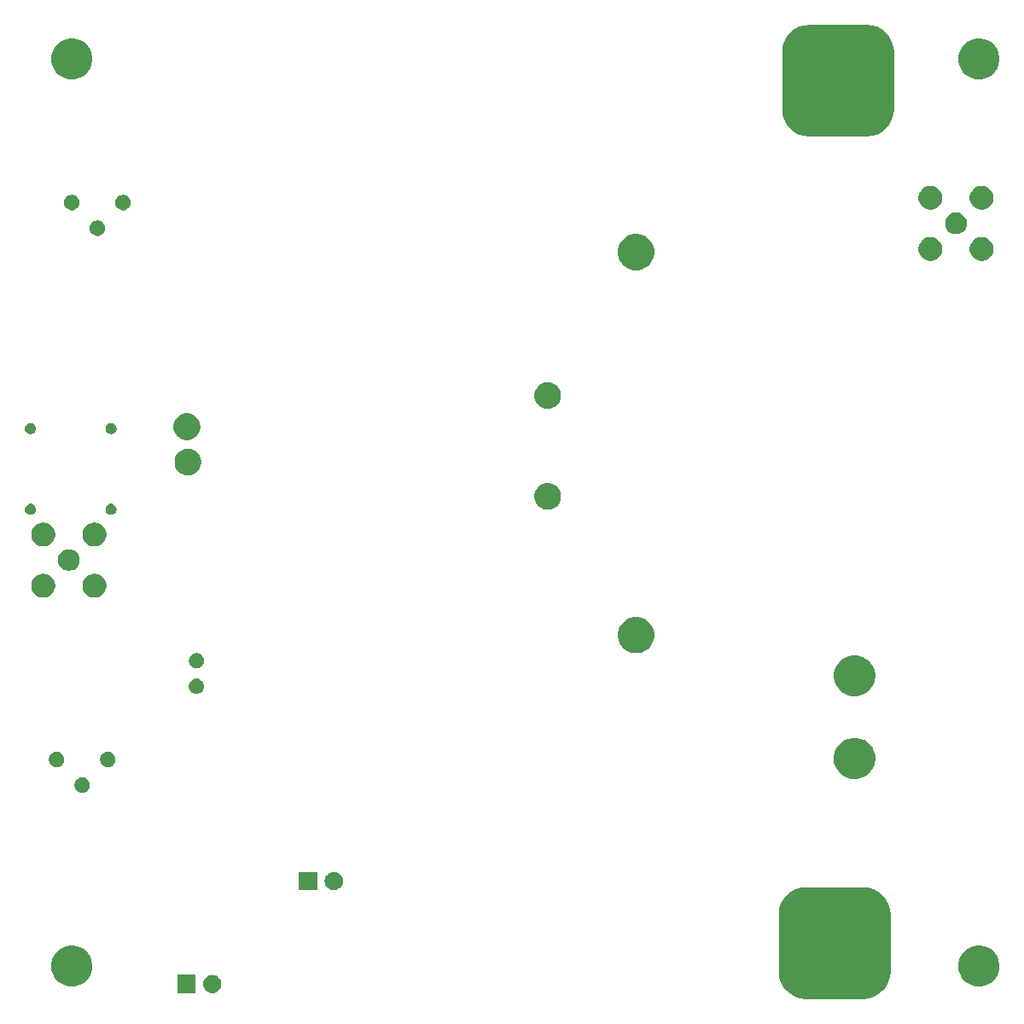
<source format=gbs>
G04 #@! TF.GenerationSoftware,KiCad,Pcbnew,6.0.0-rc1-unknown-e7fa02a~66~ubuntu18.04.1*
G04 #@! TF.CreationDate,2021-12-05T09:57:31-08:00
G04 #@! TF.ProjectId,munin3,6d756e69-6e33-42e6-9b69-6361645f7063,rev?*
G04 #@! TF.SameCoordinates,Original*
G04 #@! TF.FileFunction,Soldermask,Bot*
G04 #@! TF.FilePolarity,Negative*
%FSLAX46Y46*%
G04 Gerber Fmt 4.6, Leading zero omitted, Abs format (unit mm)*
G04 Created by KiCad (PCBNEW 6.0.0-rc1-unknown-e7fa02a~66~ubuntu18.04.1) date Sun 05 Dec 2021 09:57:31 AM PST*
%MOMM*%
%LPD*%
G04 APERTURE LIST*
%ADD10C,0.100000*%
G04 APERTURE END LIST*
D10*
G36*
X184067158Y-137236722D02*
G01*
X184575991Y-137391075D01*
X185044927Y-137641727D01*
X185455953Y-137979047D01*
X185793273Y-138390073D01*
X186043925Y-138859009D01*
X186198278Y-139367842D01*
X186251000Y-139903140D01*
X186251000Y-145566860D01*
X186198278Y-146102158D01*
X186043925Y-146610991D01*
X185793273Y-147079927D01*
X185455953Y-147490953D01*
X185044927Y-147828273D01*
X184575991Y-148078925D01*
X184067158Y-148233278D01*
X183531860Y-148286000D01*
X177868140Y-148286000D01*
X177332842Y-148233278D01*
X176824009Y-148078925D01*
X176355073Y-147828273D01*
X175944047Y-147490953D01*
X175606727Y-147079927D01*
X175356075Y-146610991D01*
X175201722Y-146102158D01*
X175149000Y-145566860D01*
X175149000Y-139903140D01*
X175201722Y-139367842D01*
X175356075Y-138859009D01*
X175606727Y-138390073D01*
X175944047Y-137979047D01*
X176355073Y-137641727D01*
X176824009Y-137391075D01*
X177332842Y-137236722D01*
X177868140Y-137184000D01*
X183531860Y-137184000D01*
X184067158Y-137236722D01*
X184067158Y-137236722D01*
G37*
G36*
X119047442Y-145893518D02*
G01*
X119113627Y-145900037D01*
X119226853Y-145934384D01*
X119283467Y-145951557D01*
X119320801Y-145971513D01*
X119439991Y-146035222D01*
X119460402Y-146051973D01*
X119577186Y-146147814D01*
X119660448Y-146249271D01*
X119689778Y-146285009D01*
X119689779Y-146285011D01*
X119773443Y-146441533D01*
X119773443Y-146441534D01*
X119824963Y-146611373D01*
X119842359Y-146788000D01*
X119824963Y-146964627D01*
X119790616Y-147077853D01*
X119773443Y-147134467D01*
X119699348Y-147273087D01*
X119689778Y-147290991D01*
X119660448Y-147326729D01*
X119577186Y-147428186D01*
X119506738Y-147486000D01*
X119439991Y-147540778D01*
X119439989Y-147540779D01*
X119283467Y-147624443D01*
X119226853Y-147641616D01*
X119113627Y-147675963D01*
X119047442Y-147682482D01*
X118981260Y-147689000D01*
X118892740Y-147689000D01*
X118826558Y-147682482D01*
X118760373Y-147675963D01*
X118647147Y-147641616D01*
X118590533Y-147624443D01*
X118434011Y-147540779D01*
X118434009Y-147540778D01*
X118367262Y-147486000D01*
X118296814Y-147428186D01*
X118213552Y-147326729D01*
X118184222Y-147290991D01*
X118174652Y-147273087D01*
X118100557Y-147134467D01*
X118083384Y-147077853D01*
X118049037Y-146964627D01*
X118031641Y-146788000D01*
X118049037Y-146611373D01*
X118100557Y-146441534D01*
X118100557Y-146441533D01*
X118184221Y-146285011D01*
X118184222Y-146285009D01*
X118213552Y-146249271D01*
X118296814Y-146147814D01*
X118413598Y-146051973D01*
X118434009Y-146035222D01*
X118553199Y-145971513D01*
X118590533Y-145951557D01*
X118647147Y-145934384D01*
X118760373Y-145900037D01*
X118826558Y-145893518D01*
X118892740Y-145887000D01*
X118981260Y-145887000D01*
X119047442Y-145893518D01*
X119047442Y-145893518D01*
G37*
G36*
X117298000Y-147689000D02*
G01*
X115496000Y-147689000D01*
X115496000Y-145887000D01*
X117298000Y-145887000D01*
X117298000Y-147689000D01*
X117298000Y-147689000D01*
G37*
G36*
X105598252Y-143027818D02*
G01*
X105598254Y-143027819D01*
X105598255Y-143027819D01*
X105971513Y-143182427D01*
X105971514Y-143182428D01*
X106307439Y-143406886D01*
X106593114Y-143692561D01*
X106593116Y-143692564D01*
X106817573Y-144028487D01*
X106845422Y-144095721D01*
X106972182Y-144401748D01*
X107051000Y-144797993D01*
X107051000Y-145202007D01*
X107002326Y-145446710D01*
X106972181Y-145598255D01*
X106817573Y-145971513D01*
X106667578Y-146195996D01*
X106593114Y-146307439D01*
X106307439Y-146593114D01*
X106307436Y-146593116D01*
X105971513Y-146817573D01*
X105598255Y-146972181D01*
X105598254Y-146972181D01*
X105598252Y-146972182D01*
X105202007Y-147051000D01*
X104797993Y-147051000D01*
X104401748Y-146972182D01*
X104401746Y-146972181D01*
X104401745Y-146972181D01*
X104028487Y-146817573D01*
X103692564Y-146593116D01*
X103692561Y-146593114D01*
X103406886Y-146307439D01*
X103332422Y-146195996D01*
X103182427Y-145971513D01*
X103027819Y-145598255D01*
X102997675Y-145446710D01*
X102949000Y-145202007D01*
X102949000Y-144797993D01*
X103027818Y-144401748D01*
X103154578Y-144095721D01*
X103182427Y-144028487D01*
X103406884Y-143692564D01*
X103406886Y-143692561D01*
X103692561Y-143406886D01*
X104028486Y-143182428D01*
X104028487Y-143182427D01*
X104401745Y-143027819D01*
X104401746Y-143027819D01*
X104401748Y-143027818D01*
X104797993Y-142949000D01*
X105202007Y-142949000D01*
X105598252Y-143027818D01*
X105598252Y-143027818D01*
G37*
G36*
X195598252Y-143027818D02*
G01*
X195598254Y-143027819D01*
X195598255Y-143027819D01*
X195971513Y-143182427D01*
X195971514Y-143182428D01*
X196307439Y-143406886D01*
X196593114Y-143692561D01*
X196593116Y-143692564D01*
X196817573Y-144028487D01*
X196845422Y-144095721D01*
X196972182Y-144401748D01*
X197051000Y-144797993D01*
X197051000Y-145202007D01*
X197002326Y-145446710D01*
X196972181Y-145598255D01*
X196817573Y-145971513D01*
X196667578Y-146195996D01*
X196593114Y-146307439D01*
X196307439Y-146593114D01*
X196307436Y-146593116D01*
X195971513Y-146817573D01*
X195598255Y-146972181D01*
X195598254Y-146972181D01*
X195598252Y-146972182D01*
X195202007Y-147051000D01*
X194797993Y-147051000D01*
X194401748Y-146972182D01*
X194401746Y-146972181D01*
X194401745Y-146972181D01*
X194028487Y-146817573D01*
X193692564Y-146593116D01*
X193692561Y-146593114D01*
X193406886Y-146307439D01*
X193332422Y-146195996D01*
X193182427Y-145971513D01*
X193027819Y-145598255D01*
X192997675Y-145446710D01*
X192949000Y-145202007D01*
X192949000Y-144797993D01*
X193027818Y-144401748D01*
X193154578Y-144095721D01*
X193182427Y-144028487D01*
X193406884Y-143692564D01*
X193406886Y-143692561D01*
X193692561Y-143406886D01*
X194028486Y-143182428D01*
X194028487Y-143182427D01*
X194401745Y-143027819D01*
X194401746Y-143027819D01*
X194401748Y-143027818D01*
X194797993Y-142949000D01*
X195202007Y-142949000D01*
X195598252Y-143027818D01*
X195598252Y-143027818D01*
G37*
G36*
X129359000Y-137469000D02*
G01*
X127557000Y-137469000D01*
X127557000Y-135667000D01*
X129359000Y-135667000D01*
X129359000Y-137469000D01*
X129359000Y-137469000D01*
G37*
G36*
X131108443Y-135673519D02*
G01*
X131174627Y-135680037D01*
X131287853Y-135714384D01*
X131344467Y-135731557D01*
X131483087Y-135805652D01*
X131500991Y-135815222D01*
X131536729Y-135844552D01*
X131638186Y-135927814D01*
X131721448Y-136029271D01*
X131750778Y-136065009D01*
X131750779Y-136065011D01*
X131834443Y-136221533D01*
X131834443Y-136221534D01*
X131885963Y-136391373D01*
X131903359Y-136568000D01*
X131885963Y-136744627D01*
X131851616Y-136857853D01*
X131834443Y-136914467D01*
X131760348Y-137053087D01*
X131750778Y-137070991D01*
X131721448Y-137106729D01*
X131638186Y-137208186D01*
X131536729Y-137291448D01*
X131500991Y-137320778D01*
X131500989Y-137320779D01*
X131344467Y-137404443D01*
X131287853Y-137421616D01*
X131174627Y-137455963D01*
X131108443Y-137462481D01*
X131042260Y-137469000D01*
X130953740Y-137469000D01*
X130887557Y-137462481D01*
X130821373Y-137455963D01*
X130708147Y-137421616D01*
X130651533Y-137404443D01*
X130495011Y-137320779D01*
X130495009Y-137320778D01*
X130459271Y-137291448D01*
X130357814Y-137208186D01*
X130274552Y-137106729D01*
X130245222Y-137070991D01*
X130235652Y-137053087D01*
X130161557Y-136914467D01*
X130144384Y-136857853D01*
X130110037Y-136744627D01*
X130092641Y-136568000D01*
X130110037Y-136391373D01*
X130161557Y-136221534D01*
X130161557Y-136221533D01*
X130245221Y-136065011D01*
X130245222Y-136065009D01*
X130274552Y-136029271D01*
X130357814Y-135927814D01*
X130459271Y-135844552D01*
X130495009Y-135815222D01*
X130512913Y-135805652D01*
X130651533Y-135731557D01*
X130708147Y-135714384D01*
X130821373Y-135680037D01*
X130887558Y-135673519D01*
X130953740Y-135667000D01*
X131042260Y-135667000D01*
X131108443Y-135673519D01*
X131108443Y-135673519D01*
G37*
G36*
X106165589Y-126278876D02*
G01*
X106264893Y-126298629D01*
X106405206Y-126356748D01*
X106531484Y-126441125D01*
X106638875Y-126548516D01*
X106723252Y-126674794D01*
X106781371Y-126815107D01*
X106811000Y-126964063D01*
X106811000Y-127115937D01*
X106781371Y-127264893D01*
X106723252Y-127405206D01*
X106638875Y-127531484D01*
X106531484Y-127638875D01*
X106405206Y-127723252D01*
X106264893Y-127781371D01*
X106165589Y-127801124D01*
X106115938Y-127811000D01*
X105964062Y-127811000D01*
X105914411Y-127801124D01*
X105815107Y-127781371D01*
X105674794Y-127723252D01*
X105548516Y-127638875D01*
X105441125Y-127531484D01*
X105356748Y-127405206D01*
X105298629Y-127264893D01*
X105269000Y-127115937D01*
X105269000Y-126964063D01*
X105298629Y-126815107D01*
X105356748Y-126674794D01*
X105441125Y-126548516D01*
X105548516Y-126441125D01*
X105674794Y-126356748D01*
X105815107Y-126298629D01*
X105914411Y-126278876D01*
X105964062Y-126269000D01*
X106115938Y-126269000D01*
X106165589Y-126278876D01*
X106165589Y-126278876D01*
G37*
G36*
X183259252Y-122441818D02*
G01*
X183259254Y-122441819D01*
X183259255Y-122441819D01*
X183632513Y-122596427D01*
X183632514Y-122596428D01*
X183968439Y-122820886D01*
X184254114Y-123106561D01*
X184254116Y-123106564D01*
X184478573Y-123442487D01*
X184597250Y-123729000D01*
X184633182Y-123815748D01*
X184712000Y-124211993D01*
X184712000Y-124616007D01*
X184690342Y-124724891D01*
X184633181Y-125012255D01*
X184478573Y-125385513D01*
X184478572Y-125385514D01*
X184254114Y-125721439D01*
X183968439Y-126007114D01*
X183968436Y-126007116D01*
X183632513Y-126231573D01*
X183259255Y-126386181D01*
X183259254Y-126386181D01*
X183259252Y-126386182D01*
X182863007Y-126465000D01*
X182458993Y-126465000D01*
X182062748Y-126386182D01*
X182062746Y-126386181D01*
X182062745Y-126386181D01*
X181689487Y-126231573D01*
X181353564Y-126007116D01*
X181353561Y-126007114D01*
X181067886Y-125721439D01*
X180843428Y-125385514D01*
X180843427Y-125385513D01*
X180688819Y-125012255D01*
X180631659Y-124724891D01*
X180610000Y-124616007D01*
X180610000Y-124211993D01*
X180688818Y-123815748D01*
X180724750Y-123729000D01*
X180843427Y-123442487D01*
X181067884Y-123106564D01*
X181067886Y-123106561D01*
X181353561Y-122820886D01*
X181689486Y-122596428D01*
X181689487Y-122596427D01*
X182062745Y-122441819D01*
X182062746Y-122441819D01*
X182062748Y-122441818D01*
X182458993Y-122363000D01*
X182863007Y-122363000D01*
X183259252Y-122441818D01*
X183259252Y-122441818D01*
G37*
G36*
X103625589Y-123738876D02*
G01*
X103724893Y-123758629D01*
X103865206Y-123816748D01*
X103991484Y-123901125D01*
X104098875Y-124008516D01*
X104183252Y-124134794D01*
X104241371Y-124275107D01*
X104271000Y-124424063D01*
X104271000Y-124575937D01*
X104241371Y-124724893D01*
X104183252Y-124865206D01*
X104098875Y-124991484D01*
X103991484Y-125098875D01*
X103865206Y-125183252D01*
X103724893Y-125241371D01*
X103625589Y-125261124D01*
X103575938Y-125271000D01*
X103424062Y-125271000D01*
X103374411Y-125261124D01*
X103275107Y-125241371D01*
X103134794Y-125183252D01*
X103008516Y-125098875D01*
X102901125Y-124991484D01*
X102816748Y-124865206D01*
X102758629Y-124724893D01*
X102729000Y-124575937D01*
X102729000Y-124424063D01*
X102758629Y-124275107D01*
X102816748Y-124134794D01*
X102901125Y-124008516D01*
X103008516Y-123901125D01*
X103134794Y-123816748D01*
X103275107Y-123758629D01*
X103374411Y-123738876D01*
X103424062Y-123729000D01*
X103575938Y-123729000D01*
X103625589Y-123738876D01*
X103625589Y-123738876D01*
G37*
G36*
X108705589Y-123738876D02*
G01*
X108804893Y-123758629D01*
X108945206Y-123816748D01*
X109071484Y-123901125D01*
X109178875Y-124008516D01*
X109263252Y-124134794D01*
X109321371Y-124275107D01*
X109351000Y-124424063D01*
X109351000Y-124575937D01*
X109321371Y-124724893D01*
X109263252Y-124865206D01*
X109178875Y-124991484D01*
X109071484Y-125098875D01*
X108945206Y-125183252D01*
X108804893Y-125241371D01*
X108705589Y-125261124D01*
X108655938Y-125271000D01*
X108504062Y-125271000D01*
X108454411Y-125261124D01*
X108355107Y-125241371D01*
X108214794Y-125183252D01*
X108088516Y-125098875D01*
X107981125Y-124991484D01*
X107896748Y-124865206D01*
X107838629Y-124724893D01*
X107809000Y-124575937D01*
X107809000Y-124424063D01*
X107838629Y-124275107D01*
X107896748Y-124134794D01*
X107981125Y-124008516D01*
X108088516Y-123901125D01*
X108214794Y-123816748D01*
X108355107Y-123758629D01*
X108454411Y-123738876D01*
X108504062Y-123729000D01*
X108655938Y-123729000D01*
X108705589Y-123738876D01*
X108705589Y-123738876D01*
G37*
G36*
X183259252Y-114241818D02*
G01*
X183259254Y-114241819D01*
X183259255Y-114241819D01*
X183632513Y-114396427D01*
X183767981Y-114486944D01*
X183968439Y-114620886D01*
X184254114Y-114906561D01*
X184254116Y-114906564D01*
X184478573Y-115242487D01*
X184567427Y-115457000D01*
X184633182Y-115615748D01*
X184712000Y-116011993D01*
X184712000Y-116416007D01*
X184671713Y-116618546D01*
X184633181Y-116812255D01*
X184478573Y-117185513D01*
X184478572Y-117185514D01*
X184254114Y-117521439D01*
X183968439Y-117807114D01*
X183968436Y-117807116D01*
X183632513Y-118031573D01*
X183259255Y-118186181D01*
X183259254Y-118186181D01*
X183259252Y-118186182D01*
X182863007Y-118265000D01*
X182458993Y-118265000D01*
X182062748Y-118186182D01*
X182062746Y-118186181D01*
X182062745Y-118186181D01*
X181689487Y-118031573D01*
X181353564Y-117807116D01*
X181353561Y-117807114D01*
X181067886Y-117521439D01*
X180843428Y-117185514D01*
X180843427Y-117185513D01*
X180688819Y-116812255D01*
X180650288Y-116618546D01*
X180610000Y-116416007D01*
X180610000Y-116011993D01*
X180688818Y-115615748D01*
X180754573Y-115457000D01*
X180843427Y-115242487D01*
X181067884Y-114906564D01*
X181067886Y-114906561D01*
X181353561Y-114620886D01*
X181554019Y-114486944D01*
X181689487Y-114396427D01*
X182062745Y-114241819D01*
X182062746Y-114241819D01*
X182062748Y-114241818D01*
X182458993Y-114163000D01*
X182863007Y-114163000D01*
X183259252Y-114241818D01*
X183259252Y-114241818D01*
G37*
G36*
X117441665Y-116498622D02*
G01*
X117515222Y-116505867D01*
X117656786Y-116548810D01*
X117787252Y-116618546D01*
X117901606Y-116712394D01*
X117995454Y-116826748D01*
X118065190Y-116957214D01*
X118108133Y-117098778D01*
X118122633Y-117246000D01*
X118108133Y-117393222D01*
X118065190Y-117534786D01*
X117995454Y-117665252D01*
X117901606Y-117779606D01*
X117787252Y-117873454D01*
X117656786Y-117943190D01*
X117515222Y-117986133D01*
X117441665Y-117993378D01*
X117404888Y-117997000D01*
X117331112Y-117997000D01*
X117294335Y-117993378D01*
X117220778Y-117986133D01*
X117079214Y-117943190D01*
X116948748Y-117873454D01*
X116834394Y-117779606D01*
X116740546Y-117665252D01*
X116670810Y-117534786D01*
X116627867Y-117393222D01*
X116613367Y-117246000D01*
X116627867Y-117098778D01*
X116670810Y-116957214D01*
X116740546Y-116826748D01*
X116834394Y-116712394D01*
X116948748Y-116618546D01*
X117079214Y-116548810D01*
X117220778Y-116505867D01*
X117294335Y-116498622D01*
X117331112Y-116495000D01*
X117404888Y-116495000D01*
X117441665Y-116498622D01*
X117441665Y-116498622D01*
G37*
G36*
X117500004Y-113966544D02*
G01*
X117587059Y-113983860D01*
X117723732Y-114040472D01*
X117723733Y-114040473D01*
X117846738Y-114122662D01*
X117951338Y-114227262D01*
X117951340Y-114227265D01*
X118033528Y-114350268D01*
X118090140Y-114486941D01*
X118107456Y-114573996D01*
X118116783Y-114620884D01*
X118119000Y-114632033D01*
X118119000Y-114779967D01*
X118090140Y-114925059D01*
X118033528Y-115061732D01*
X118033527Y-115061733D01*
X117951338Y-115184738D01*
X117846738Y-115289338D01*
X117846735Y-115289340D01*
X117723732Y-115371528D01*
X117587059Y-115428140D01*
X117500004Y-115445456D01*
X117441969Y-115457000D01*
X117294031Y-115457000D01*
X117235996Y-115445456D01*
X117148941Y-115428140D01*
X117012268Y-115371528D01*
X116889265Y-115289340D01*
X116889262Y-115289338D01*
X116784662Y-115184738D01*
X116702473Y-115061733D01*
X116702472Y-115061732D01*
X116645860Y-114925059D01*
X116617000Y-114779967D01*
X116617000Y-114632033D01*
X116619218Y-114620884D01*
X116628544Y-114573996D01*
X116645860Y-114486941D01*
X116702472Y-114350268D01*
X116784660Y-114227265D01*
X116784662Y-114227262D01*
X116889262Y-114122662D01*
X117012267Y-114040473D01*
X117012268Y-114040472D01*
X117148941Y-113983860D01*
X117235996Y-113966544D01*
X117294031Y-113955000D01*
X117441969Y-113955000D01*
X117500004Y-113966544D01*
X117500004Y-113966544D01*
G37*
G36*
X161511331Y-110427211D02*
G01*
X161839092Y-110562974D01*
X162134073Y-110760074D01*
X162384926Y-111010927D01*
X162582026Y-111305908D01*
X162717789Y-111633669D01*
X162787000Y-111981616D01*
X162787000Y-112336384D01*
X162717789Y-112684331D01*
X162582026Y-113012092D01*
X162384926Y-113307073D01*
X162134073Y-113557926D01*
X161839092Y-113755026D01*
X161511331Y-113890789D01*
X161163384Y-113960000D01*
X160808616Y-113960000D01*
X160460669Y-113890789D01*
X160132908Y-113755026D01*
X159837927Y-113557926D01*
X159587074Y-113307073D01*
X159389974Y-113012092D01*
X159254211Y-112684331D01*
X159185000Y-112336384D01*
X159185000Y-111981616D01*
X159254211Y-111633669D01*
X159389974Y-111305908D01*
X159587074Y-111010927D01*
X159837927Y-110760074D01*
X160132908Y-110562974D01*
X160460669Y-110427211D01*
X160808616Y-110358000D01*
X161163384Y-110358000D01*
X161511331Y-110427211D01*
X161511331Y-110427211D01*
G37*
G36*
X107477427Y-106107597D02*
G01*
X107591027Y-106130193D01*
X107805045Y-106218842D01*
X107996358Y-106346674D01*
X107997659Y-106347543D01*
X108161457Y-106511341D01*
X108161459Y-106511344D01*
X108290158Y-106703955D01*
X108378807Y-106917973D01*
X108424000Y-107145174D01*
X108424000Y-107376826D01*
X108378807Y-107604027D01*
X108290158Y-107818045D01*
X108162326Y-108009358D01*
X108161457Y-108010659D01*
X107997659Y-108174457D01*
X107997656Y-108174459D01*
X107805045Y-108303158D01*
X107591027Y-108391807D01*
X107477426Y-108414404D01*
X107363827Y-108437000D01*
X107132173Y-108437000D01*
X107018574Y-108414404D01*
X106904973Y-108391807D01*
X106690955Y-108303158D01*
X106498344Y-108174459D01*
X106498341Y-108174457D01*
X106334543Y-108010659D01*
X106333674Y-108009358D01*
X106205842Y-107818045D01*
X106117193Y-107604027D01*
X106072000Y-107376826D01*
X106072000Y-107145174D01*
X106117193Y-106917973D01*
X106205842Y-106703955D01*
X106334541Y-106511344D01*
X106334543Y-106511341D01*
X106498341Y-106347543D01*
X106499642Y-106346674D01*
X106690955Y-106218842D01*
X106904973Y-106130193D01*
X107018573Y-106107597D01*
X107132173Y-106085000D01*
X107363827Y-106085000D01*
X107477427Y-106107597D01*
X107477427Y-106107597D01*
G37*
G36*
X102397427Y-106107597D02*
G01*
X102511027Y-106130193D01*
X102725045Y-106218842D01*
X102916358Y-106346674D01*
X102917659Y-106347543D01*
X103081457Y-106511341D01*
X103081459Y-106511344D01*
X103210158Y-106703955D01*
X103298807Y-106917973D01*
X103344000Y-107145174D01*
X103344000Y-107376826D01*
X103298807Y-107604027D01*
X103210158Y-107818045D01*
X103082326Y-108009358D01*
X103081457Y-108010659D01*
X102917659Y-108174457D01*
X102917656Y-108174459D01*
X102725045Y-108303158D01*
X102511027Y-108391807D01*
X102397426Y-108414404D01*
X102283827Y-108437000D01*
X102052173Y-108437000D01*
X101938574Y-108414404D01*
X101824973Y-108391807D01*
X101610955Y-108303158D01*
X101418344Y-108174459D01*
X101418341Y-108174457D01*
X101254543Y-108010659D01*
X101253674Y-108009358D01*
X101125842Y-107818045D01*
X101037193Y-107604027D01*
X100992000Y-107376826D01*
X100992000Y-107145174D01*
X101037193Y-106917973D01*
X101125842Y-106703955D01*
X101254541Y-106511344D01*
X101254543Y-106511341D01*
X101418341Y-106347543D01*
X101419642Y-106346674D01*
X101610955Y-106218842D01*
X101824973Y-106130193D01*
X101938573Y-106107597D01*
X102052173Y-106085000D01*
X102283827Y-106085000D01*
X102397427Y-106107597D01*
X102397427Y-106107597D01*
G37*
G36*
X104865947Y-103655338D02*
G01*
X105021858Y-103686350D01*
X105217677Y-103767461D01*
X105217678Y-103767462D01*
X105393913Y-103885218D01*
X105543782Y-104035087D01*
X105543784Y-104035090D01*
X105661539Y-104211323D01*
X105742650Y-104407142D01*
X105784000Y-104615023D01*
X105784000Y-104826977D01*
X105742650Y-105034858D01*
X105661539Y-105230677D01*
X105661538Y-105230678D01*
X105543782Y-105406913D01*
X105393913Y-105556782D01*
X105393910Y-105556784D01*
X105217677Y-105674539D01*
X105021858Y-105755650D01*
X104865947Y-105786662D01*
X104813978Y-105797000D01*
X104602022Y-105797000D01*
X104550053Y-105786663D01*
X104394142Y-105755650D01*
X104198323Y-105674539D01*
X104022090Y-105556784D01*
X104022087Y-105556782D01*
X103872218Y-105406913D01*
X103754462Y-105230678D01*
X103754461Y-105230677D01*
X103673350Y-105034858D01*
X103632000Y-104826977D01*
X103632000Y-104615023D01*
X103673350Y-104407142D01*
X103754461Y-104211323D01*
X103872216Y-104035090D01*
X103872218Y-104035087D01*
X104022087Y-103885218D01*
X104198322Y-103767462D01*
X104198323Y-103767461D01*
X104394142Y-103686350D01*
X104550053Y-103655338D01*
X104602022Y-103645000D01*
X104813978Y-103645000D01*
X104865947Y-103655338D01*
X104865947Y-103655338D01*
G37*
G36*
X107477426Y-101027596D02*
G01*
X107591027Y-101050193D01*
X107805045Y-101138842D01*
X107996358Y-101266674D01*
X107997659Y-101267543D01*
X108161457Y-101431341D01*
X108161459Y-101431344D01*
X108290158Y-101623955D01*
X108378807Y-101837973D01*
X108424000Y-102065174D01*
X108424000Y-102296826D01*
X108378807Y-102524027D01*
X108290158Y-102738045D01*
X108162326Y-102929358D01*
X108161457Y-102930659D01*
X107997659Y-103094457D01*
X107997656Y-103094459D01*
X107805045Y-103223158D01*
X107591027Y-103311807D01*
X107477427Y-103334403D01*
X107363827Y-103357000D01*
X107132173Y-103357000D01*
X107018573Y-103334403D01*
X106904973Y-103311807D01*
X106690955Y-103223158D01*
X106498344Y-103094459D01*
X106498341Y-103094457D01*
X106334543Y-102930659D01*
X106333674Y-102929358D01*
X106205842Y-102738045D01*
X106117193Y-102524027D01*
X106072000Y-102296826D01*
X106072000Y-102065174D01*
X106117193Y-101837973D01*
X106205842Y-101623955D01*
X106334541Y-101431344D01*
X106334543Y-101431341D01*
X106498341Y-101267543D01*
X106499642Y-101266674D01*
X106690955Y-101138842D01*
X106904973Y-101050193D01*
X107018574Y-101027596D01*
X107132173Y-101005000D01*
X107363827Y-101005000D01*
X107477426Y-101027596D01*
X107477426Y-101027596D01*
G37*
G36*
X102397426Y-101027596D02*
G01*
X102511027Y-101050193D01*
X102725045Y-101138842D01*
X102916358Y-101266674D01*
X102917659Y-101267543D01*
X103081457Y-101431341D01*
X103081459Y-101431344D01*
X103210158Y-101623955D01*
X103298807Y-101837973D01*
X103344000Y-102065174D01*
X103344000Y-102296826D01*
X103298807Y-102524027D01*
X103210158Y-102738045D01*
X103082326Y-102929358D01*
X103081457Y-102930659D01*
X102917659Y-103094457D01*
X102917656Y-103094459D01*
X102725045Y-103223158D01*
X102511027Y-103311807D01*
X102397427Y-103334403D01*
X102283827Y-103357000D01*
X102052173Y-103357000D01*
X101938573Y-103334403D01*
X101824973Y-103311807D01*
X101610955Y-103223158D01*
X101418344Y-103094459D01*
X101418341Y-103094457D01*
X101254543Y-102930659D01*
X101253674Y-102929358D01*
X101125842Y-102738045D01*
X101037193Y-102524027D01*
X100992000Y-102296826D01*
X100992000Y-102065174D01*
X101037193Y-101837973D01*
X101125842Y-101623955D01*
X101254541Y-101431344D01*
X101254543Y-101431341D01*
X101418341Y-101267543D01*
X101419642Y-101266674D01*
X101610955Y-101138842D01*
X101824973Y-101050193D01*
X101938574Y-101027596D01*
X102052173Y-101005000D01*
X102283827Y-101005000D01*
X102397426Y-101027596D01*
X102397426Y-101027596D01*
G37*
G36*
X101063721Y-99145174D02*
G01*
X101163995Y-99186709D01*
X101254245Y-99247012D01*
X101330988Y-99323755D01*
X101391291Y-99414005D01*
X101432826Y-99514279D01*
X101454000Y-99620730D01*
X101454000Y-99729270D01*
X101432826Y-99835721D01*
X101391291Y-99935995D01*
X101330988Y-100026245D01*
X101254245Y-100102988D01*
X101163995Y-100163291D01*
X101063721Y-100204826D01*
X100957270Y-100226000D01*
X100848730Y-100226000D01*
X100742279Y-100204826D01*
X100642005Y-100163291D01*
X100551755Y-100102988D01*
X100475012Y-100026245D01*
X100414709Y-99935995D01*
X100373174Y-99835721D01*
X100352000Y-99729270D01*
X100352000Y-99620730D01*
X100373174Y-99514279D01*
X100414709Y-99414005D01*
X100475012Y-99323755D01*
X100551755Y-99247012D01*
X100642005Y-99186709D01*
X100742279Y-99145174D01*
X100848730Y-99124000D01*
X100957270Y-99124000D01*
X101063721Y-99145174D01*
X101063721Y-99145174D01*
G37*
G36*
X109063721Y-99145174D02*
G01*
X109163995Y-99186709D01*
X109254245Y-99247012D01*
X109330988Y-99323755D01*
X109391291Y-99414005D01*
X109432826Y-99514279D01*
X109454000Y-99620730D01*
X109454000Y-99729270D01*
X109432826Y-99835721D01*
X109391291Y-99935995D01*
X109330988Y-100026245D01*
X109254245Y-100102988D01*
X109163995Y-100163291D01*
X109063721Y-100204826D01*
X108957270Y-100226000D01*
X108848730Y-100226000D01*
X108742279Y-100204826D01*
X108642005Y-100163291D01*
X108551755Y-100102988D01*
X108475012Y-100026245D01*
X108414709Y-99935995D01*
X108373174Y-99835721D01*
X108352000Y-99729270D01*
X108352000Y-99620730D01*
X108373174Y-99514279D01*
X108414709Y-99414005D01*
X108475012Y-99323755D01*
X108551755Y-99247012D01*
X108642005Y-99186709D01*
X108742279Y-99145174D01*
X108848730Y-99124000D01*
X108957270Y-99124000D01*
X109063721Y-99145174D01*
X109063721Y-99145174D01*
G37*
G36*
X152521250Y-97107843D02*
G01*
X152606322Y-97124765D01*
X152676735Y-97153931D01*
X152846728Y-97224344D01*
X153063092Y-97368914D01*
X153247086Y-97552908D01*
X153391656Y-97769272D01*
X153491235Y-98009679D01*
X153542000Y-98264891D01*
X153542000Y-98525109D01*
X153491235Y-98780321D01*
X153391656Y-99020728D01*
X153247086Y-99237092D01*
X153063092Y-99421086D01*
X152846728Y-99565656D01*
X152713766Y-99620730D01*
X152606322Y-99665235D01*
X152521250Y-99682157D01*
X152351109Y-99716000D01*
X152090891Y-99716000D01*
X151920750Y-99682157D01*
X151835678Y-99665235D01*
X151728234Y-99620730D01*
X151595272Y-99565656D01*
X151378908Y-99421086D01*
X151194914Y-99237092D01*
X151050344Y-99020728D01*
X150950765Y-98780321D01*
X150900000Y-98525109D01*
X150900000Y-98264891D01*
X150950765Y-98009679D01*
X151050344Y-97769272D01*
X151194914Y-97552908D01*
X151378908Y-97368914D01*
X151595272Y-97224344D01*
X151765265Y-97153931D01*
X151835678Y-97124765D01*
X151920750Y-97107843D01*
X152090891Y-97074000D01*
X152351109Y-97074000D01*
X152521250Y-97107843D01*
X152521250Y-97107843D01*
G37*
G36*
X116821250Y-93707843D02*
G01*
X116906322Y-93724765D01*
X116976735Y-93753931D01*
X117146728Y-93824344D01*
X117363092Y-93968914D01*
X117547086Y-94152908D01*
X117691656Y-94369272D01*
X117791235Y-94609679D01*
X117842000Y-94864891D01*
X117842000Y-95125109D01*
X117791235Y-95380321D01*
X117691656Y-95620728D01*
X117547086Y-95837092D01*
X117363092Y-96021086D01*
X117146728Y-96165656D01*
X116976735Y-96236069D01*
X116906322Y-96265235D01*
X116821250Y-96282157D01*
X116651109Y-96316000D01*
X116390891Y-96316000D01*
X116220750Y-96282157D01*
X116135678Y-96265235D01*
X116065265Y-96236069D01*
X115895272Y-96165656D01*
X115678908Y-96021086D01*
X115494914Y-95837092D01*
X115350344Y-95620728D01*
X115250765Y-95380321D01*
X115200000Y-95125109D01*
X115200000Y-94864891D01*
X115250765Y-94609679D01*
X115350344Y-94369272D01*
X115494914Y-94152908D01*
X115678908Y-93968914D01*
X115895272Y-93824344D01*
X116065265Y-93753931D01*
X116135678Y-93724765D01*
X116220750Y-93707843D01*
X116390891Y-93674000D01*
X116651109Y-93674000D01*
X116821250Y-93707843D01*
X116821250Y-93707843D01*
G37*
G36*
X116721250Y-90207843D02*
G01*
X116806322Y-90224765D01*
X116876735Y-90253931D01*
X117046728Y-90324344D01*
X117263092Y-90468914D01*
X117447086Y-90652908D01*
X117591656Y-90869272D01*
X117662069Y-91039265D01*
X117691235Y-91109678D01*
X117698296Y-91145175D01*
X117742000Y-91364891D01*
X117742000Y-91625109D01*
X117691235Y-91880321D01*
X117591656Y-92120728D01*
X117447086Y-92337092D01*
X117263092Y-92521086D01*
X117046728Y-92665656D01*
X116876735Y-92736069D01*
X116806322Y-92765235D01*
X116721250Y-92782157D01*
X116551109Y-92816000D01*
X116290891Y-92816000D01*
X116120750Y-92782157D01*
X116035678Y-92765235D01*
X115965265Y-92736069D01*
X115795272Y-92665656D01*
X115578908Y-92521086D01*
X115394914Y-92337092D01*
X115250344Y-92120728D01*
X115150765Y-91880321D01*
X115100000Y-91625109D01*
X115100000Y-91364891D01*
X115143704Y-91145175D01*
X115150765Y-91109678D01*
X115179931Y-91039265D01*
X115250344Y-90869272D01*
X115394914Y-90652908D01*
X115578908Y-90468914D01*
X115795272Y-90324344D01*
X115965265Y-90253931D01*
X116035678Y-90224765D01*
X116120750Y-90207843D01*
X116290891Y-90174000D01*
X116551109Y-90174000D01*
X116721250Y-90207843D01*
X116721250Y-90207843D01*
G37*
G36*
X101063721Y-91145174D02*
G01*
X101163995Y-91186709D01*
X101254245Y-91247012D01*
X101330988Y-91323755D01*
X101391291Y-91414005D01*
X101432826Y-91514279D01*
X101454000Y-91620730D01*
X101454000Y-91729270D01*
X101432826Y-91835721D01*
X101391291Y-91935995D01*
X101330988Y-92026245D01*
X101254245Y-92102988D01*
X101163995Y-92163291D01*
X101063721Y-92204826D01*
X100957270Y-92226000D01*
X100848730Y-92226000D01*
X100742279Y-92204826D01*
X100642005Y-92163291D01*
X100551755Y-92102988D01*
X100475012Y-92026245D01*
X100414709Y-91935995D01*
X100373174Y-91835721D01*
X100352000Y-91729270D01*
X100352000Y-91620730D01*
X100373174Y-91514279D01*
X100414709Y-91414005D01*
X100475012Y-91323755D01*
X100551755Y-91247012D01*
X100642005Y-91186709D01*
X100742279Y-91145174D01*
X100848730Y-91124000D01*
X100957270Y-91124000D01*
X101063721Y-91145174D01*
X101063721Y-91145174D01*
G37*
G36*
X109063721Y-91145174D02*
G01*
X109163995Y-91186709D01*
X109254245Y-91247012D01*
X109330988Y-91323755D01*
X109391291Y-91414005D01*
X109432826Y-91514279D01*
X109454000Y-91620730D01*
X109454000Y-91729270D01*
X109432826Y-91835721D01*
X109391291Y-91935995D01*
X109330988Y-92026245D01*
X109254245Y-92102988D01*
X109163995Y-92163291D01*
X109063721Y-92204826D01*
X108957270Y-92226000D01*
X108848730Y-92226000D01*
X108742279Y-92204826D01*
X108642005Y-92163291D01*
X108551755Y-92102988D01*
X108475012Y-92026245D01*
X108414709Y-91935995D01*
X108373174Y-91835721D01*
X108352000Y-91729270D01*
X108352000Y-91620730D01*
X108373174Y-91514279D01*
X108414709Y-91414005D01*
X108475012Y-91323755D01*
X108551755Y-91247012D01*
X108642005Y-91186709D01*
X108742279Y-91145174D01*
X108848730Y-91124000D01*
X108957270Y-91124000D01*
X109063721Y-91145174D01*
X109063721Y-91145174D01*
G37*
G36*
X152521250Y-87107843D02*
G01*
X152606322Y-87124765D01*
X152676735Y-87153931D01*
X152846728Y-87224344D01*
X153063092Y-87368914D01*
X153247086Y-87552908D01*
X153391656Y-87769272D01*
X153491235Y-88009679D01*
X153542000Y-88264891D01*
X153542000Y-88525109D01*
X153491235Y-88780321D01*
X153391656Y-89020728D01*
X153247086Y-89237092D01*
X153063092Y-89421086D01*
X152846728Y-89565656D01*
X152676735Y-89636069D01*
X152606322Y-89665235D01*
X152521250Y-89682157D01*
X152351109Y-89716000D01*
X152090891Y-89716000D01*
X151920750Y-89682157D01*
X151835678Y-89665235D01*
X151765265Y-89636069D01*
X151595272Y-89565656D01*
X151378908Y-89421086D01*
X151194914Y-89237092D01*
X151050344Y-89020728D01*
X150950765Y-88780321D01*
X150900000Y-88525109D01*
X150900000Y-88264891D01*
X150950765Y-88009679D01*
X151050344Y-87769272D01*
X151194914Y-87552908D01*
X151378908Y-87368914D01*
X151595272Y-87224344D01*
X151765265Y-87153931D01*
X151835678Y-87124765D01*
X151920750Y-87107843D01*
X152090891Y-87074000D01*
X152351109Y-87074000D01*
X152521250Y-87107843D01*
X152521250Y-87107843D01*
G37*
G36*
X161511331Y-72427211D02*
G01*
X161839092Y-72562974D01*
X162134073Y-72760074D01*
X162384926Y-73010927D01*
X162582026Y-73305908D01*
X162717789Y-73633669D01*
X162787000Y-73981616D01*
X162787000Y-74336384D01*
X162717789Y-74684331D01*
X162582026Y-75012092D01*
X162384926Y-75307073D01*
X162134073Y-75557926D01*
X161839092Y-75755026D01*
X161511331Y-75890789D01*
X161163384Y-75960000D01*
X160808616Y-75960000D01*
X160460669Y-75890789D01*
X160132908Y-75755026D01*
X159837927Y-75557926D01*
X159587074Y-75307073D01*
X159389974Y-75012092D01*
X159254211Y-74684331D01*
X159185000Y-74336384D01*
X159185000Y-73981616D01*
X159254211Y-73633669D01*
X159389974Y-73305908D01*
X159587074Y-73010927D01*
X159837927Y-72760074D01*
X160132908Y-72562974D01*
X160460669Y-72427211D01*
X160808616Y-72358000D01*
X161163384Y-72358000D01*
X161511331Y-72427211D01*
X161511331Y-72427211D01*
G37*
G36*
X190423426Y-72697596D02*
G01*
X190537027Y-72720193D01*
X190751045Y-72808842D01*
X190942358Y-72936674D01*
X190943659Y-72937543D01*
X191107457Y-73101341D01*
X191107459Y-73101344D01*
X191236158Y-73293955D01*
X191324807Y-73507973D01*
X191370000Y-73735174D01*
X191370000Y-73966826D01*
X191324807Y-74194027D01*
X191236158Y-74408045D01*
X191108326Y-74599358D01*
X191107457Y-74600659D01*
X190943659Y-74764457D01*
X190943656Y-74764459D01*
X190751045Y-74893158D01*
X190537027Y-74981807D01*
X190423426Y-75004404D01*
X190309827Y-75027000D01*
X190078173Y-75027000D01*
X189964574Y-75004404D01*
X189850973Y-74981807D01*
X189636955Y-74893158D01*
X189444344Y-74764459D01*
X189444341Y-74764457D01*
X189280543Y-74600659D01*
X189279674Y-74599358D01*
X189151842Y-74408045D01*
X189063193Y-74194027D01*
X189018000Y-73966826D01*
X189018000Y-73735174D01*
X189063193Y-73507973D01*
X189151842Y-73293955D01*
X189280541Y-73101344D01*
X189280543Y-73101341D01*
X189444341Y-72937543D01*
X189445642Y-72936674D01*
X189636955Y-72808842D01*
X189850973Y-72720193D01*
X189964574Y-72697596D01*
X190078173Y-72675000D01*
X190309827Y-72675000D01*
X190423426Y-72697596D01*
X190423426Y-72697596D01*
G37*
G36*
X195503426Y-72697596D02*
G01*
X195617027Y-72720193D01*
X195831045Y-72808842D01*
X196022358Y-72936674D01*
X196023659Y-72937543D01*
X196187457Y-73101341D01*
X196187459Y-73101344D01*
X196316158Y-73293955D01*
X196404807Y-73507973D01*
X196450000Y-73735174D01*
X196450000Y-73966826D01*
X196404807Y-74194027D01*
X196316158Y-74408045D01*
X196188326Y-74599358D01*
X196187457Y-74600659D01*
X196023659Y-74764457D01*
X196023656Y-74764459D01*
X195831045Y-74893158D01*
X195617027Y-74981807D01*
X195503426Y-75004404D01*
X195389827Y-75027000D01*
X195158173Y-75027000D01*
X195044574Y-75004404D01*
X194930973Y-74981807D01*
X194716955Y-74893158D01*
X194524344Y-74764459D01*
X194524341Y-74764457D01*
X194360543Y-74600659D01*
X194359674Y-74599358D01*
X194231842Y-74408045D01*
X194143193Y-74194027D01*
X194098000Y-73966826D01*
X194098000Y-73735174D01*
X194143193Y-73507973D01*
X194231842Y-73293955D01*
X194360541Y-73101344D01*
X194360543Y-73101341D01*
X194524341Y-72937543D01*
X194525642Y-72936674D01*
X194716955Y-72808842D01*
X194930973Y-72720193D01*
X195044574Y-72697596D01*
X195158173Y-72675000D01*
X195389827Y-72675000D01*
X195503426Y-72697596D01*
X195503426Y-72697596D01*
G37*
G36*
X107672589Y-71036876D02*
G01*
X107771893Y-71056629D01*
X107912206Y-71114748D01*
X108038484Y-71199125D01*
X108145875Y-71306516D01*
X108230252Y-71432794D01*
X108288371Y-71573107D01*
X108318000Y-71722063D01*
X108318000Y-71873937D01*
X108288371Y-72022893D01*
X108230252Y-72163206D01*
X108145875Y-72289484D01*
X108038484Y-72396875D01*
X107912206Y-72481252D01*
X107771893Y-72539371D01*
X107672589Y-72559124D01*
X107622938Y-72569000D01*
X107471062Y-72569000D01*
X107421411Y-72559124D01*
X107322107Y-72539371D01*
X107181794Y-72481252D01*
X107055516Y-72396875D01*
X106948125Y-72289484D01*
X106863748Y-72163206D01*
X106805629Y-72022893D01*
X106776000Y-71873937D01*
X106776000Y-71722063D01*
X106805629Y-71573107D01*
X106863748Y-71432794D01*
X106948125Y-71306516D01*
X107055516Y-71199125D01*
X107181794Y-71114748D01*
X107322107Y-71056629D01*
X107421411Y-71036876D01*
X107471062Y-71027000D01*
X107622938Y-71027000D01*
X107672589Y-71036876D01*
X107672589Y-71036876D01*
G37*
G36*
X192891947Y-70245338D02*
G01*
X193047858Y-70276350D01*
X193243677Y-70357461D01*
X193243678Y-70357462D01*
X193419913Y-70475218D01*
X193569782Y-70625087D01*
X193569784Y-70625090D01*
X193687539Y-70801323D01*
X193768650Y-70997142D01*
X193810000Y-71205023D01*
X193810000Y-71416977D01*
X193768650Y-71624858D01*
X193687539Y-71820677D01*
X193687538Y-71820678D01*
X193569782Y-71996913D01*
X193419913Y-72146782D01*
X193419910Y-72146784D01*
X193243677Y-72264539D01*
X193047858Y-72345650D01*
X192891947Y-72376662D01*
X192839978Y-72387000D01*
X192628022Y-72387000D01*
X192576053Y-72376662D01*
X192420142Y-72345650D01*
X192224323Y-72264539D01*
X192048090Y-72146784D01*
X192048087Y-72146782D01*
X191898218Y-71996913D01*
X191780462Y-71820678D01*
X191780461Y-71820677D01*
X191699350Y-71624858D01*
X191658000Y-71416977D01*
X191658000Y-71205023D01*
X191699350Y-70997142D01*
X191780461Y-70801323D01*
X191898216Y-70625090D01*
X191898218Y-70625087D01*
X192048087Y-70475218D01*
X192224322Y-70357462D01*
X192224323Y-70357461D01*
X192420142Y-70276350D01*
X192576053Y-70245338D01*
X192628022Y-70235000D01*
X192839978Y-70235000D01*
X192891947Y-70245338D01*
X192891947Y-70245338D01*
G37*
G36*
X105132589Y-68496876D02*
G01*
X105231893Y-68516629D01*
X105372206Y-68574748D01*
X105498484Y-68659125D01*
X105605875Y-68766516D01*
X105690252Y-68892794D01*
X105748371Y-69033107D01*
X105778000Y-69182063D01*
X105778000Y-69333937D01*
X105748371Y-69482893D01*
X105690252Y-69623206D01*
X105605875Y-69749484D01*
X105498484Y-69856875D01*
X105372206Y-69941252D01*
X105231893Y-69999371D01*
X105132589Y-70019124D01*
X105082938Y-70029000D01*
X104931062Y-70029000D01*
X104881411Y-70019124D01*
X104782107Y-69999371D01*
X104641794Y-69941252D01*
X104515516Y-69856875D01*
X104408125Y-69749484D01*
X104323748Y-69623206D01*
X104265629Y-69482893D01*
X104236000Y-69333937D01*
X104236000Y-69182063D01*
X104265629Y-69033107D01*
X104323748Y-68892794D01*
X104408125Y-68766516D01*
X104515516Y-68659125D01*
X104641794Y-68574748D01*
X104782107Y-68516629D01*
X104881411Y-68496876D01*
X104931062Y-68487000D01*
X105082938Y-68487000D01*
X105132589Y-68496876D01*
X105132589Y-68496876D01*
G37*
G36*
X110212589Y-68496876D02*
G01*
X110311893Y-68516629D01*
X110452206Y-68574748D01*
X110578484Y-68659125D01*
X110685875Y-68766516D01*
X110770252Y-68892794D01*
X110828371Y-69033107D01*
X110858000Y-69182063D01*
X110858000Y-69333937D01*
X110828371Y-69482893D01*
X110770252Y-69623206D01*
X110685875Y-69749484D01*
X110578484Y-69856875D01*
X110452206Y-69941252D01*
X110311893Y-69999371D01*
X110212589Y-70019124D01*
X110162938Y-70029000D01*
X110011062Y-70029000D01*
X109961411Y-70019124D01*
X109862107Y-69999371D01*
X109721794Y-69941252D01*
X109595516Y-69856875D01*
X109488125Y-69749484D01*
X109403748Y-69623206D01*
X109345629Y-69482893D01*
X109316000Y-69333937D01*
X109316000Y-69182063D01*
X109345629Y-69033107D01*
X109403748Y-68892794D01*
X109488125Y-68766516D01*
X109595516Y-68659125D01*
X109721794Y-68574748D01*
X109862107Y-68516629D01*
X109961411Y-68496876D01*
X110011062Y-68487000D01*
X110162938Y-68487000D01*
X110212589Y-68496876D01*
X110212589Y-68496876D01*
G37*
G36*
X190423427Y-67617597D02*
G01*
X190537027Y-67640193D01*
X190751045Y-67728842D01*
X190942358Y-67856674D01*
X190943659Y-67857543D01*
X191107457Y-68021341D01*
X191107459Y-68021344D01*
X191236158Y-68213955D01*
X191324807Y-68427973D01*
X191370000Y-68655174D01*
X191370000Y-68886826D01*
X191324807Y-69114027D01*
X191236158Y-69328045D01*
X191108326Y-69519358D01*
X191107457Y-69520659D01*
X190943659Y-69684457D01*
X190943656Y-69684459D01*
X190751045Y-69813158D01*
X190537027Y-69901807D01*
X190423426Y-69924404D01*
X190309827Y-69947000D01*
X190078173Y-69947000D01*
X189964573Y-69924403D01*
X189850973Y-69901807D01*
X189636955Y-69813158D01*
X189444344Y-69684459D01*
X189444341Y-69684457D01*
X189280543Y-69520659D01*
X189279674Y-69519358D01*
X189151842Y-69328045D01*
X189063193Y-69114027D01*
X189018000Y-68886826D01*
X189018000Y-68655174D01*
X189063193Y-68427973D01*
X189151842Y-68213955D01*
X189280541Y-68021344D01*
X189280543Y-68021341D01*
X189444341Y-67857543D01*
X189445642Y-67856674D01*
X189636955Y-67728842D01*
X189850973Y-67640193D01*
X189964573Y-67617597D01*
X190078173Y-67595000D01*
X190309827Y-67595000D01*
X190423427Y-67617597D01*
X190423427Y-67617597D01*
G37*
G36*
X195503427Y-67617597D02*
G01*
X195617027Y-67640193D01*
X195831045Y-67728842D01*
X196022358Y-67856674D01*
X196023659Y-67857543D01*
X196187457Y-68021341D01*
X196187459Y-68021344D01*
X196316158Y-68213955D01*
X196404807Y-68427973D01*
X196450000Y-68655174D01*
X196450000Y-68886826D01*
X196404807Y-69114027D01*
X196316158Y-69328045D01*
X196188326Y-69519358D01*
X196187457Y-69520659D01*
X196023659Y-69684457D01*
X196023656Y-69684459D01*
X195831045Y-69813158D01*
X195617027Y-69901807D01*
X195503426Y-69924404D01*
X195389827Y-69947000D01*
X195158173Y-69947000D01*
X195044573Y-69924403D01*
X194930973Y-69901807D01*
X194716955Y-69813158D01*
X194524344Y-69684459D01*
X194524341Y-69684457D01*
X194360543Y-69520659D01*
X194359674Y-69519358D01*
X194231842Y-69328045D01*
X194143193Y-69114027D01*
X194098000Y-68886826D01*
X194098000Y-68655174D01*
X194143193Y-68427973D01*
X194231842Y-68213955D01*
X194360541Y-68021344D01*
X194360543Y-68021341D01*
X194524341Y-67857543D01*
X194525642Y-67856674D01*
X194716955Y-67728842D01*
X194930973Y-67640193D01*
X195044573Y-67617597D01*
X195158173Y-67595000D01*
X195389827Y-67595000D01*
X195503427Y-67617597D01*
X195503427Y-67617597D01*
G37*
G36*
X184403158Y-51662722D02*
G01*
X184911991Y-51817075D01*
X185380927Y-52067727D01*
X185791953Y-52405047D01*
X186129273Y-52816073D01*
X186379925Y-53285009D01*
X186534278Y-53793842D01*
X186587000Y-54329140D01*
X186587000Y-59992860D01*
X186534278Y-60528158D01*
X186379925Y-61036991D01*
X186129273Y-61505927D01*
X185791953Y-61916953D01*
X185380927Y-62254273D01*
X184911991Y-62504925D01*
X184403158Y-62659278D01*
X183867860Y-62712000D01*
X178204140Y-62712000D01*
X177668842Y-62659278D01*
X177160009Y-62504925D01*
X176691073Y-62254273D01*
X176280047Y-61916953D01*
X175942727Y-61505927D01*
X175692075Y-61036991D01*
X175537722Y-60528158D01*
X175485000Y-59992860D01*
X175485000Y-54329140D01*
X175537722Y-53793842D01*
X175692075Y-53285009D01*
X175942727Y-52816073D01*
X176280047Y-52405047D01*
X176691073Y-52067727D01*
X177160009Y-51817075D01*
X177668842Y-51662722D01*
X178204140Y-51610000D01*
X183867860Y-51610000D01*
X184403158Y-51662722D01*
X184403158Y-51662722D01*
G37*
G36*
X195598252Y-53027818D02*
G01*
X195598254Y-53027819D01*
X195598255Y-53027819D01*
X195971513Y-53182427D01*
X196157547Y-53306731D01*
X196307439Y-53406886D01*
X196593114Y-53692561D01*
X196593116Y-53692564D01*
X196817573Y-54028487D01*
X196972181Y-54401745D01*
X197051000Y-54797994D01*
X197051000Y-55202006D01*
X196972181Y-55598255D01*
X196817573Y-55971513D01*
X196817572Y-55971514D01*
X196593114Y-56307439D01*
X196307439Y-56593114D01*
X196307436Y-56593116D01*
X195971513Y-56817573D01*
X195598255Y-56972181D01*
X195598254Y-56972181D01*
X195598252Y-56972182D01*
X195202007Y-57051000D01*
X194797993Y-57051000D01*
X194401748Y-56972182D01*
X194401746Y-56972181D01*
X194401745Y-56972181D01*
X194028487Y-56817573D01*
X193692564Y-56593116D01*
X193692561Y-56593114D01*
X193406886Y-56307439D01*
X193182428Y-55971514D01*
X193182427Y-55971513D01*
X193027819Y-55598255D01*
X192949000Y-55202006D01*
X192949000Y-54797994D01*
X193027819Y-54401745D01*
X193182427Y-54028487D01*
X193406884Y-53692564D01*
X193406886Y-53692561D01*
X193692561Y-53406886D01*
X193842453Y-53306731D01*
X194028487Y-53182427D01*
X194401745Y-53027819D01*
X194401746Y-53027819D01*
X194401748Y-53027818D01*
X194797993Y-52949000D01*
X195202007Y-52949000D01*
X195598252Y-53027818D01*
X195598252Y-53027818D01*
G37*
G36*
X105598252Y-53027818D02*
G01*
X105598254Y-53027819D01*
X105598255Y-53027819D01*
X105971513Y-53182427D01*
X106157547Y-53306731D01*
X106307439Y-53406886D01*
X106593114Y-53692561D01*
X106593116Y-53692564D01*
X106817573Y-54028487D01*
X106972181Y-54401745D01*
X107051000Y-54797994D01*
X107051000Y-55202006D01*
X106972181Y-55598255D01*
X106817573Y-55971513D01*
X106817572Y-55971514D01*
X106593114Y-56307439D01*
X106307439Y-56593114D01*
X106307436Y-56593116D01*
X105971513Y-56817573D01*
X105598255Y-56972181D01*
X105598254Y-56972181D01*
X105598252Y-56972182D01*
X105202007Y-57051000D01*
X104797993Y-57051000D01*
X104401748Y-56972182D01*
X104401746Y-56972181D01*
X104401745Y-56972181D01*
X104028487Y-56817573D01*
X103692564Y-56593116D01*
X103692561Y-56593114D01*
X103406886Y-56307439D01*
X103182428Y-55971514D01*
X103182427Y-55971513D01*
X103027819Y-55598255D01*
X102949000Y-55202006D01*
X102949000Y-54797994D01*
X103027819Y-54401745D01*
X103182427Y-54028487D01*
X103406884Y-53692564D01*
X103406886Y-53692561D01*
X103692561Y-53406886D01*
X103842453Y-53306731D01*
X104028487Y-53182427D01*
X104401745Y-53027819D01*
X104401746Y-53027819D01*
X104401748Y-53027818D01*
X104797993Y-52949000D01*
X105202007Y-52949000D01*
X105598252Y-53027818D01*
X105598252Y-53027818D01*
G37*
M02*

</source>
